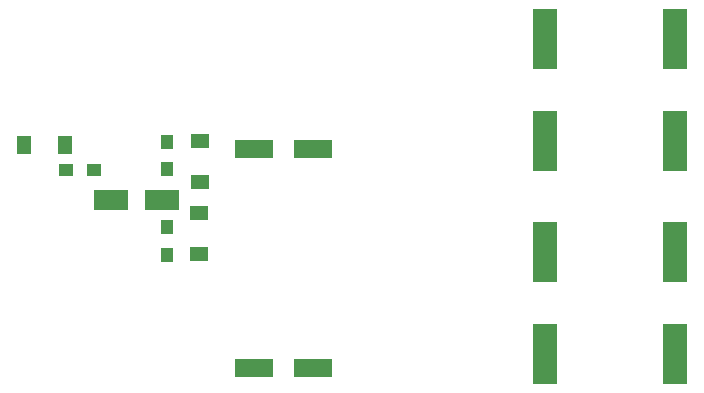
<source format=gbr>
%TF.GenerationSoftware,Altium Limited,Altium Designer,23.2.1 (34)*%
G04 Layer_Color=8421504*
%FSLAX45Y45*%
%MOMM*%
%TF.SameCoordinates,3015DBAE-21F6-41EF-B07E-3AD50EAB7A3F*%
%TF.FilePolarity,Positive*%
%TF.FileFunction,Paste,Top*%
%TF.Part,Single*%
G01*
G75*
%TA.AperFunction,SMDPad,CuDef*%
%ADD10R,3.20000X1.60000*%
%ADD11R,2.15000X5.10000*%
%ADD12R,2.95000X1.70000*%
%ADD13R,1.09220X1.24460*%
%ADD14R,1.50000X1.25000*%
%ADD15R,1.24460X1.09220*%
%ADD16R,1.25000X1.50000*%
%TA.AperFunction,Conductor*%
%ADD79C,0.70000*%
D10*
X3034000Y599100D02*
D03*
X2534000D02*
D03*
X3034000Y2453000D02*
D03*
X2534000D02*
D03*
D11*
X4998000Y725000D02*
D03*
Y1585000D02*
D03*
X6098000D02*
D03*
Y725000D02*
D03*
X6100000Y2525000D02*
D03*
Y3385000D02*
D03*
X5000000Y2525000D02*
D03*
Y3385000D02*
D03*
D12*
X1755000Y2022000D02*
D03*
X1325000D02*
D03*
D13*
X1800000Y2284570D02*
D03*
Y2519570D02*
D03*
Y1795070D02*
D03*
Y1560070D02*
D03*
D14*
X2076000Y2522500D02*
D03*
Y2177500D02*
D03*
X2065000Y1570500D02*
D03*
Y1915500D02*
D03*
D15*
X943930Y2277000D02*
D03*
X1178930D02*
D03*
D16*
X588500Y2493000D02*
D03*
X933500D02*
D03*
D79*
X6097130Y725871D02*
X6098000Y725000D01*
%TF.MD5,fa599516d55aa9190db8b77369993128*%
M02*

</source>
